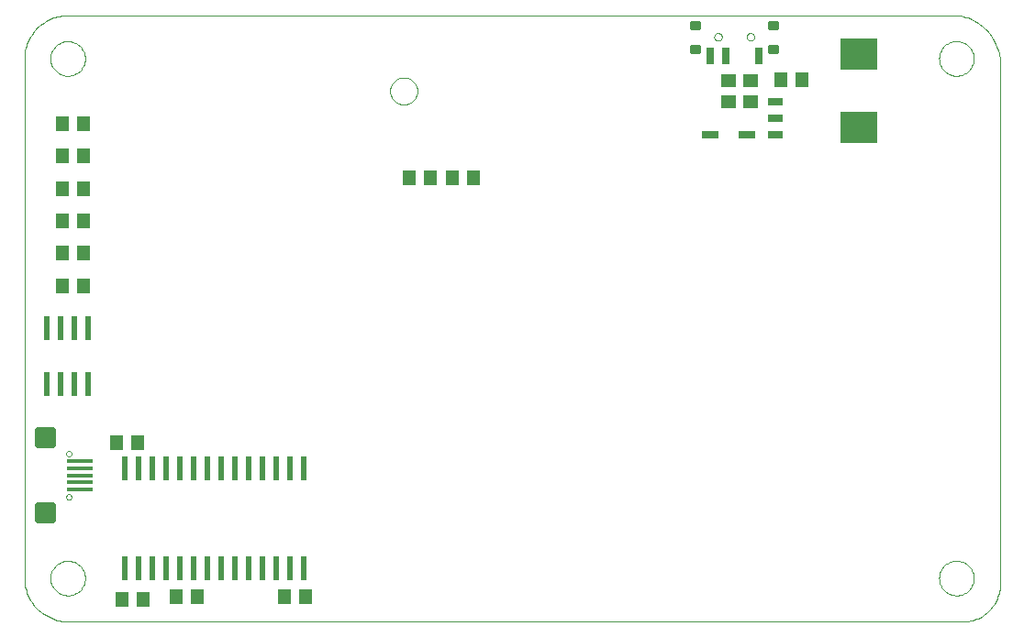
<source format=gtp>
G75*
G70*
%OFA0B0*%
%FSLAX24Y24*%
%IPPOS*%
%LPD*%
%AMOC8*
5,1,8,0,0,1.08239X$1,22.5*
%
%ADD10C,0.0000*%
%ADD11R,0.0630X0.0315*%
%ADD12R,0.0500X0.0580*%
%ADD13R,0.0580X0.0500*%
%ADD14R,0.0236X0.0866*%
%ADD15R,0.0925X0.0157*%
%ADD16C,0.0187*%
%ADD17R,0.0276X0.0591*%
%ADD18C,0.0157*%
%ADD19R,0.1378X0.1181*%
%ADD20R,0.0551X0.0315*%
D10*
X001029Y001715D02*
X001029Y020612D01*
X001973Y020612D02*
X001975Y020662D01*
X001981Y020712D01*
X001991Y020761D01*
X002005Y020809D01*
X002022Y020856D01*
X002043Y020901D01*
X002068Y020945D01*
X002096Y020986D01*
X002128Y021025D01*
X002162Y021062D01*
X002199Y021096D01*
X002239Y021126D01*
X002281Y021153D01*
X002325Y021177D01*
X002371Y021198D01*
X002418Y021214D01*
X002466Y021227D01*
X002516Y021236D01*
X002565Y021241D01*
X002616Y021242D01*
X002666Y021239D01*
X002715Y021232D01*
X002764Y021221D01*
X002812Y021206D01*
X002858Y021188D01*
X002903Y021166D01*
X002946Y021140D01*
X002987Y021111D01*
X003026Y021079D01*
X003062Y021044D01*
X003094Y021006D01*
X003124Y020966D01*
X003151Y020923D01*
X003174Y020879D01*
X003193Y020833D01*
X003209Y020785D01*
X003221Y020736D01*
X003229Y020687D01*
X003233Y020637D01*
X003233Y020587D01*
X003229Y020537D01*
X003221Y020488D01*
X003209Y020439D01*
X003193Y020391D01*
X003174Y020345D01*
X003151Y020301D01*
X003124Y020258D01*
X003094Y020218D01*
X003062Y020180D01*
X003026Y020145D01*
X002987Y020113D01*
X002946Y020084D01*
X002903Y020058D01*
X002858Y020036D01*
X002812Y020018D01*
X002764Y020003D01*
X002715Y019992D01*
X002666Y019985D01*
X002616Y019982D01*
X002565Y019983D01*
X002516Y019988D01*
X002466Y019997D01*
X002418Y020010D01*
X002371Y020026D01*
X002325Y020047D01*
X002281Y020071D01*
X002239Y020098D01*
X002199Y020128D01*
X002162Y020162D01*
X002128Y020199D01*
X002096Y020238D01*
X002068Y020279D01*
X002043Y020323D01*
X002022Y020368D01*
X002005Y020415D01*
X001991Y020463D01*
X001981Y020512D01*
X001975Y020562D01*
X001973Y020612D01*
X001028Y020612D02*
X001030Y020689D01*
X001036Y020766D01*
X001045Y020843D01*
X001058Y020919D01*
X001075Y020995D01*
X001096Y021069D01*
X001120Y021143D01*
X001148Y021215D01*
X001179Y021285D01*
X001214Y021354D01*
X001252Y021422D01*
X001293Y021487D01*
X001338Y021550D01*
X001386Y021611D01*
X001436Y021670D01*
X001489Y021726D01*
X001545Y021779D01*
X001604Y021829D01*
X001665Y021877D01*
X001728Y021922D01*
X001793Y021963D01*
X001861Y022001D01*
X001930Y022036D01*
X002000Y022067D01*
X002072Y022095D01*
X002146Y022119D01*
X002220Y022140D01*
X002296Y022157D01*
X002372Y022170D01*
X002449Y022179D01*
X002526Y022185D01*
X002603Y022187D01*
X034887Y022187D01*
X034257Y020612D02*
X034259Y020662D01*
X034265Y020712D01*
X034275Y020761D01*
X034289Y020809D01*
X034306Y020856D01*
X034327Y020901D01*
X034352Y020945D01*
X034380Y020986D01*
X034412Y021025D01*
X034446Y021062D01*
X034483Y021096D01*
X034523Y021126D01*
X034565Y021153D01*
X034609Y021177D01*
X034655Y021198D01*
X034702Y021214D01*
X034750Y021227D01*
X034800Y021236D01*
X034849Y021241D01*
X034900Y021242D01*
X034950Y021239D01*
X034999Y021232D01*
X035048Y021221D01*
X035096Y021206D01*
X035142Y021188D01*
X035187Y021166D01*
X035230Y021140D01*
X035271Y021111D01*
X035310Y021079D01*
X035346Y021044D01*
X035378Y021006D01*
X035408Y020966D01*
X035435Y020923D01*
X035458Y020879D01*
X035477Y020833D01*
X035493Y020785D01*
X035505Y020736D01*
X035513Y020687D01*
X035517Y020637D01*
X035517Y020587D01*
X035513Y020537D01*
X035505Y020488D01*
X035493Y020439D01*
X035477Y020391D01*
X035458Y020345D01*
X035435Y020301D01*
X035408Y020258D01*
X035378Y020218D01*
X035346Y020180D01*
X035310Y020145D01*
X035271Y020113D01*
X035230Y020084D01*
X035187Y020058D01*
X035142Y020036D01*
X035096Y020018D01*
X035048Y020003D01*
X034999Y019992D01*
X034950Y019985D01*
X034900Y019982D01*
X034849Y019983D01*
X034800Y019988D01*
X034750Y019997D01*
X034702Y020010D01*
X034655Y020026D01*
X034609Y020047D01*
X034565Y020071D01*
X034523Y020098D01*
X034483Y020128D01*
X034446Y020162D01*
X034412Y020199D01*
X034380Y020238D01*
X034352Y020279D01*
X034327Y020323D01*
X034306Y020368D01*
X034289Y020415D01*
X034275Y020463D01*
X034265Y020512D01*
X034259Y020562D01*
X034257Y020612D01*
X034887Y022188D02*
X034971Y022177D01*
X035054Y022161D01*
X035137Y022142D01*
X035219Y022119D01*
X035299Y022092D01*
X035378Y022061D01*
X035456Y022026D01*
X035531Y021988D01*
X035605Y021946D01*
X035677Y021901D01*
X035747Y021852D01*
X035814Y021800D01*
X035878Y021745D01*
X035940Y021687D01*
X035999Y021626D01*
X036055Y021563D01*
X036108Y021496D01*
X036158Y021428D01*
X036205Y021357D01*
X036248Y021284D01*
X036287Y021208D01*
X036323Y021132D01*
X036355Y021053D01*
X036384Y020973D01*
X036408Y020892D01*
X036429Y020810D01*
X036446Y020726D01*
X036459Y020642D01*
X036467Y020558D01*
X036472Y020473D01*
X036473Y020388D01*
X036469Y020304D01*
X036462Y020219D01*
X036462Y001321D01*
X036450Y001249D01*
X036434Y001178D01*
X036414Y001108D01*
X036391Y001039D01*
X036364Y000971D01*
X036334Y000905D01*
X036300Y000840D01*
X036263Y000778D01*
X036222Y000717D01*
X036179Y000659D01*
X036132Y000602D01*
X036083Y000549D01*
X036031Y000498D01*
X035976Y000450D01*
X035919Y000404D01*
X035860Y000362D01*
X035798Y000323D01*
X035735Y000287D01*
X035669Y000255D01*
X035603Y000226D01*
X035534Y000201D01*
X035465Y000179D01*
X035394Y000161D01*
X035323Y000147D01*
X035251Y000136D01*
X035178Y000129D01*
X035105Y000126D01*
X035032Y000127D01*
X034960Y000132D01*
X034887Y000140D01*
X002603Y000140D01*
X001973Y001715D02*
X001975Y001765D01*
X001981Y001815D01*
X001991Y001864D01*
X002005Y001912D01*
X002022Y001959D01*
X002043Y002004D01*
X002068Y002048D01*
X002096Y002089D01*
X002128Y002128D01*
X002162Y002165D01*
X002199Y002199D01*
X002239Y002229D01*
X002281Y002256D01*
X002325Y002280D01*
X002371Y002301D01*
X002418Y002317D01*
X002466Y002330D01*
X002516Y002339D01*
X002565Y002344D01*
X002616Y002345D01*
X002666Y002342D01*
X002715Y002335D01*
X002764Y002324D01*
X002812Y002309D01*
X002858Y002291D01*
X002903Y002269D01*
X002946Y002243D01*
X002987Y002214D01*
X003026Y002182D01*
X003062Y002147D01*
X003094Y002109D01*
X003124Y002069D01*
X003151Y002026D01*
X003174Y001982D01*
X003193Y001936D01*
X003209Y001888D01*
X003221Y001839D01*
X003229Y001790D01*
X003233Y001740D01*
X003233Y001690D01*
X003229Y001640D01*
X003221Y001591D01*
X003209Y001542D01*
X003193Y001494D01*
X003174Y001448D01*
X003151Y001404D01*
X003124Y001361D01*
X003094Y001321D01*
X003062Y001283D01*
X003026Y001248D01*
X002987Y001216D01*
X002946Y001187D01*
X002903Y001161D01*
X002858Y001139D01*
X002812Y001121D01*
X002764Y001106D01*
X002715Y001095D01*
X002666Y001088D01*
X002616Y001085D01*
X002565Y001086D01*
X002516Y001091D01*
X002466Y001100D01*
X002418Y001113D01*
X002371Y001129D01*
X002325Y001150D01*
X002281Y001174D01*
X002239Y001201D01*
X002199Y001231D01*
X002162Y001265D01*
X002128Y001302D01*
X002096Y001341D01*
X002068Y001382D01*
X002043Y001426D01*
X002022Y001471D01*
X002005Y001518D01*
X001991Y001566D01*
X001981Y001615D01*
X001975Y001665D01*
X001973Y001715D01*
X001028Y001715D02*
X001030Y001638D01*
X001036Y001561D01*
X001045Y001484D01*
X001058Y001408D01*
X001075Y001332D01*
X001096Y001258D01*
X001120Y001184D01*
X001148Y001112D01*
X001179Y001042D01*
X001214Y000973D01*
X001252Y000905D01*
X001293Y000840D01*
X001338Y000777D01*
X001386Y000716D01*
X001436Y000657D01*
X001489Y000601D01*
X001545Y000548D01*
X001604Y000498D01*
X001665Y000450D01*
X001728Y000405D01*
X001793Y000364D01*
X001861Y000326D01*
X001930Y000291D01*
X002000Y000260D01*
X002072Y000232D01*
X002146Y000208D01*
X002220Y000187D01*
X002296Y000170D01*
X002372Y000157D01*
X002449Y000148D01*
X002526Y000142D01*
X002603Y000140D01*
X002545Y004668D02*
X002547Y004687D01*
X002552Y004706D01*
X002562Y004722D01*
X002574Y004737D01*
X002589Y004749D01*
X002605Y004759D01*
X002624Y004764D01*
X002643Y004766D01*
X002662Y004764D01*
X002681Y004759D01*
X002697Y004749D01*
X002712Y004737D01*
X002724Y004722D01*
X002734Y004706D01*
X002739Y004687D01*
X002741Y004668D01*
X002739Y004649D01*
X002734Y004630D01*
X002724Y004614D01*
X002712Y004599D01*
X002697Y004587D01*
X002681Y004577D01*
X002662Y004572D01*
X002643Y004570D01*
X002624Y004572D01*
X002605Y004577D01*
X002589Y004587D01*
X002574Y004599D01*
X002562Y004614D01*
X002552Y004630D01*
X002547Y004649D01*
X002545Y004668D01*
X002545Y006242D02*
X002547Y006261D01*
X002552Y006280D01*
X002562Y006296D01*
X002574Y006311D01*
X002589Y006323D01*
X002605Y006333D01*
X002624Y006338D01*
X002643Y006340D01*
X002662Y006338D01*
X002681Y006333D01*
X002697Y006323D01*
X002712Y006311D01*
X002724Y006296D01*
X002734Y006280D01*
X002739Y006261D01*
X002741Y006242D01*
X002739Y006223D01*
X002734Y006204D01*
X002724Y006188D01*
X002712Y006173D01*
X002697Y006161D01*
X002681Y006151D01*
X002662Y006146D01*
X002643Y006144D01*
X002624Y006146D01*
X002605Y006151D01*
X002589Y006161D01*
X002574Y006173D01*
X002562Y006188D01*
X002552Y006204D01*
X002547Y006223D01*
X002545Y006242D01*
X014316Y019431D02*
X014318Y019475D01*
X014324Y019519D01*
X014334Y019562D01*
X014347Y019604D01*
X014365Y019644D01*
X014386Y019683D01*
X014410Y019720D01*
X014437Y019755D01*
X014468Y019787D01*
X014501Y019816D01*
X014537Y019842D01*
X014575Y019864D01*
X014615Y019883D01*
X014656Y019899D01*
X014699Y019911D01*
X014742Y019919D01*
X014786Y019923D01*
X014830Y019923D01*
X014874Y019919D01*
X014917Y019911D01*
X014960Y019899D01*
X015001Y019883D01*
X015041Y019864D01*
X015079Y019842D01*
X015115Y019816D01*
X015148Y019787D01*
X015179Y019755D01*
X015206Y019720D01*
X015230Y019683D01*
X015251Y019644D01*
X015269Y019604D01*
X015282Y019562D01*
X015292Y019519D01*
X015298Y019475D01*
X015300Y019431D01*
X015298Y019387D01*
X015292Y019343D01*
X015282Y019300D01*
X015269Y019258D01*
X015251Y019218D01*
X015230Y019179D01*
X015206Y019142D01*
X015179Y019107D01*
X015148Y019075D01*
X015115Y019046D01*
X015079Y019020D01*
X015041Y018998D01*
X015001Y018979D01*
X014960Y018963D01*
X014917Y018951D01*
X014874Y018943D01*
X014830Y018939D01*
X014786Y018939D01*
X014742Y018943D01*
X014699Y018951D01*
X014656Y018963D01*
X014615Y018979D01*
X014575Y018998D01*
X014537Y019020D01*
X014501Y019046D01*
X014468Y019075D01*
X014437Y019107D01*
X014410Y019142D01*
X014386Y019179D01*
X014365Y019218D01*
X014347Y019258D01*
X014334Y019300D01*
X014324Y019343D01*
X014318Y019387D01*
X014316Y019431D01*
X026087Y021400D02*
X026089Y021423D01*
X026095Y021446D01*
X026105Y021467D01*
X026118Y021487D01*
X026134Y021504D01*
X026153Y021518D01*
X026174Y021528D01*
X026196Y021535D01*
X026219Y021538D01*
X026243Y021537D01*
X026265Y021532D01*
X026287Y021523D01*
X026307Y021511D01*
X026325Y021495D01*
X026339Y021477D01*
X026351Y021457D01*
X026359Y021435D01*
X026363Y021412D01*
X026363Y021388D01*
X026359Y021365D01*
X026351Y021343D01*
X026339Y021323D01*
X026325Y021305D01*
X026307Y021289D01*
X026287Y021277D01*
X026265Y021268D01*
X026243Y021263D01*
X026219Y021262D01*
X026196Y021265D01*
X026174Y021272D01*
X026153Y021282D01*
X026134Y021296D01*
X026118Y021313D01*
X026105Y021333D01*
X026095Y021354D01*
X026089Y021377D01*
X026087Y021400D01*
X027269Y021400D02*
X027271Y021423D01*
X027277Y021446D01*
X027287Y021467D01*
X027300Y021487D01*
X027316Y021504D01*
X027335Y021518D01*
X027356Y021528D01*
X027378Y021535D01*
X027401Y021538D01*
X027425Y021537D01*
X027447Y021532D01*
X027469Y021523D01*
X027489Y021511D01*
X027507Y021495D01*
X027521Y021477D01*
X027533Y021457D01*
X027541Y021435D01*
X027545Y021412D01*
X027545Y021388D01*
X027541Y021365D01*
X027533Y021343D01*
X027521Y021323D01*
X027507Y021305D01*
X027489Y021289D01*
X027469Y021277D01*
X027447Y021268D01*
X027425Y021263D01*
X027401Y021262D01*
X027378Y021265D01*
X027356Y021272D01*
X027335Y021282D01*
X027316Y021296D01*
X027300Y021313D01*
X027287Y021333D01*
X027277Y021354D01*
X027271Y021377D01*
X027269Y021400D01*
X034257Y001715D02*
X034259Y001765D01*
X034265Y001815D01*
X034275Y001864D01*
X034289Y001912D01*
X034306Y001959D01*
X034327Y002004D01*
X034352Y002048D01*
X034380Y002089D01*
X034412Y002128D01*
X034446Y002165D01*
X034483Y002199D01*
X034523Y002229D01*
X034565Y002256D01*
X034609Y002280D01*
X034655Y002301D01*
X034702Y002317D01*
X034750Y002330D01*
X034800Y002339D01*
X034849Y002344D01*
X034900Y002345D01*
X034950Y002342D01*
X034999Y002335D01*
X035048Y002324D01*
X035096Y002309D01*
X035142Y002291D01*
X035187Y002269D01*
X035230Y002243D01*
X035271Y002214D01*
X035310Y002182D01*
X035346Y002147D01*
X035378Y002109D01*
X035408Y002069D01*
X035435Y002026D01*
X035458Y001982D01*
X035477Y001936D01*
X035493Y001888D01*
X035505Y001839D01*
X035513Y001790D01*
X035517Y001740D01*
X035517Y001690D01*
X035513Y001640D01*
X035505Y001591D01*
X035493Y001542D01*
X035477Y001494D01*
X035458Y001448D01*
X035435Y001404D01*
X035408Y001361D01*
X035378Y001321D01*
X035346Y001283D01*
X035310Y001248D01*
X035271Y001216D01*
X035230Y001187D01*
X035187Y001161D01*
X035142Y001139D01*
X035096Y001121D01*
X035048Y001106D01*
X034999Y001095D01*
X034950Y001088D01*
X034900Y001085D01*
X034849Y001086D01*
X034800Y001091D01*
X034750Y001100D01*
X034702Y001113D01*
X034655Y001129D01*
X034609Y001150D01*
X034565Y001174D01*
X034523Y001201D01*
X034483Y001231D01*
X034446Y001265D01*
X034412Y001302D01*
X034380Y001341D01*
X034352Y001382D01*
X034327Y001426D01*
X034306Y001471D01*
X034289Y001518D01*
X034275Y001566D01*
X034265Y001615D01*
X034259Y001665D01*
X034257Y001715D01*
D11*
X027288Y017857D03*
X025950Y017857D03*
D12*
X028499Y019825D03*
X029267Y019825D03*
X017357Y016282D03*
X016589Y016282D03*
X015783Y016282D03*
X015015Y016282D03*
X003184Y015888D03*
X002416Y015888D03*
X002416Y017069D03*
X003184Y017069D03*
X003184Y018250D03*
X002416Y018250D03*
X002416Y014707D03*
X003184Y014707D03*
X003184Y013526D03*
X002416Y013526D03*
X002416Y012345D03*
X003184Y012345D03*
X004385Y006636D03*
X005153Y006636D03*
X005350Y000927D03*
X004582Y000927D03*
X006550Y001026D03*
X007318Y001026D03*
X010487Y001026D03*
X011255Y001026D03*
D13*
X026619Y019047D03*
X027407Y019047D03*
X027407Y019815D03*
X026619Y019815D03*
D14*
X011168Y005691D03*
X010668Y005691D03*
X010168Y005691D03*
X009668Y005691D03*
X009168Y005691D03*
X008668Y005691D03*
X008168Y005691D03*
X007668Y005691D03*
X007168Y005691D03*
X006668Y005691D03*
X006168Y005691D03*
X005668Y005691D03*
X005168Y005691D03*
X004668Y005691D03*
X003353Y008762D03*
X002853Y008762D03*
X002353Y008762D03*
X001853Y008762D03*
X001853Y010809D03*
X002353Y010809D03*
X002853Y010809D03*
X003353Y010809D03*
X004668Y002069D03*
X005168Y002069D03*
X005668Y002069D03*
X006168Y002069D03*
X006668Y002069D03*
X007168Y002069D03*
X007668Y002069D03*
X008168Y002069D03*
X008668Y002069D03*
X009168Y002069D03*
X009668Y002069D03*
X010168Y002069D03*
X010668Y002069D03*
X011168Y002069D03*
D15*
X003036Y004943D03*
X003036Y005199D03*
X003036Y005455D03*
X003036Y005711D03*
X003036Y005967D03*
D16*
X001515Y006532D02*
X001515Y007094D01*
X002077Y007094D01*
X002077Y006532D01*
X001515Y006532D01*
X001515Y006718D02*
X002077Y006718D01*
X002077Y006904D02*
X001515Y006904D01*
X001515Y007090D02*
X002077Y007090D01*
X001515Y004378D02*
X001515Y003816D01*
X001515Y004378D02*
X002077Y004378D01*
X002077Y003816D01*
X001515Y003816D01*
X001515Y004002D02*
X002077Y004002D01*
X002077Y004188D02*
X001515Y004188D01*
X001515Y004374D02*
X002077Y004374D01*
D17*
X025930Y020711D03*
X026521Y020711D03*
X027702Y020711D03*
D18*
X028114Y021046D02*
X028352Y021046D01*
X028352Y020888D01*
X028114Y020888D01*
X028114Y021046D01*
X028114Y021044D02*
X028352Y021044D01*
X028352Y021912D02*
X028114Y021912D01*
X028352Y021912D02*
X028352Y021754D01*
X028114Y021754D01*
X028114Y021912D01*
X028114Y021910D02*
X028352Y021910D01*
X025518Y021912D02*
X025280Y021912D01*
X025518Y021912D02*
X025518Y021754D01*
X025280Y021754D01*
X025280Y021912D01*
X025280Y021910D02*
X025518Y021910D01*
X025518Y021046D02*
X025280Y021046D01*
X025518Y021046D02*
X025518Y020888D01*
X025280Y020888D01*
X025280Y021046D01*
X025280Y021044D02*
X025518Y021044D01*
D19*
X031344Y020770D03*
X031344Y018093D03*
D20*
X028300Y017857D03*
X028300Y018447D03*
X028300Y019038D03*
M02*

</source>
